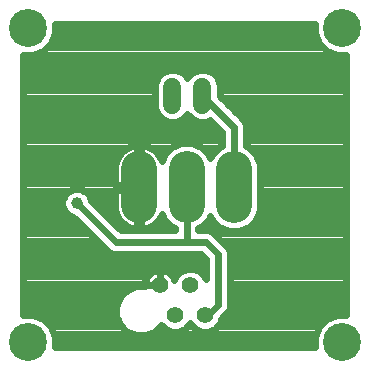
<source format=gbl>
G75*
%MOIN*%
%OFA0B0*%
%FSLAX24Y24*%
%IPPOS*%
%LPD*%
%AMOC8*
5,1,8,0,0,1.08239X$1,22.5*
%
%ADD10C,0.0560*%
%ADD11C,0.0594*%
%ADD12C,0.1185*%
%ADD13C,0.0240*%
%ADD14C,0.0396*%
%ADD15C,0.1266*%
D10*
X005259Y002787D03*
X006259Y002787D03*
X005759Y001787D03*
X006759Y001787D03*
D11*
X006669Y008801D02*
X006669Y009395D01*
X005669Y009395D02*
X005669Y008801D01*
D12*
X006141Y006647D02*
X006141Y005462D01*
X004561Y005462D02*
X004561Y006647D01*
X007721Y006647D02*
X007721Y005462D01*
D13*
X007721Y006055D02*
X007721Y008046D01*
X006669Y009098D01*
X007243Y009086D02*
X007243Y009509D01*
X007156Y009720D01*
X006994Y009882D01*
X006783Y009969D01*
X006555Y009969D01*
X006343Y009882D01*
X006182Y009720D01*
X006169Y009688D01*
X006156Y009720D01*
X005994Y009882D01*
X005783Y009969D01*
X005555Y009969D01*
X005343Y009882D01*
X005182Y009720D01*
X005094Y009509D01*
X005094Y008687D01*
X005182Y008476D01*
X005343Y008314D01*
X005555Y008227D01*
X005783Y008227D01*
X005994Y008314D01*
X006156Y008476D01*
X006169Y008507D01*
X006182Y008476D01*
X006343Y008314D01*
X006555Y008227D01*
X006783Y008227D01*
X006921Y008284D01*
X007324Y007881D01*
X007324Y007424D01*
X007228Y007385D01*
X006984Y007140D01*
X006931Y007013D01*
X006879Y007140D01*
X006634Y007385D01*
X006314Y007517D01*
X005968Y007517D01*
X005648Y007385D01*
X005404Y007140D01*
X005320Y006938D01*
X005292Y007007D01*
X005238Y007100D01*
X005173Y007184D01*
X005098Y007259D01*
X005014Y007324D01*
X004921Y007377D01*
X004823Y007418D01*
X004720Y007446D01*
X004639Y007456D01*
X004639Y006132D01*
X004484Y006132D01*
X004484Y007456D01*
X004402Y007446D01*
X004300Y007418D01*
X004201Y007377D01*
X004109Y007324D01*
X004024Y007259D01*
X003949Y007184D01*
X003884Y007100D01*
X003831Y007007D01*
X003790Y006909D01*
X003763Y006806D01*
X003749Y006700D01*
X003749Y006132D01*
X004484Y006132D01*
X004484Y005977D01*
X004639Y005977D01*
X004639Y004653D01*
X004720Y004664D01*
X004823Y004691D01*
X004921Y004732D01*
X005014Y004785D01*
X005098Y004850D01*
X005173Y004925D01*
X005238Y005010D01*
X005292Y005102D01*
X005320Y005171D01*
X005404Y004969D01*
X005648Y004725D01*
X005744Y004685D01*
X005744Y004617D01*
X003945Y004617D01*
X002956Y005607D01*
X002956Y005615D01*
X002884Y005789D01*
X002750Y005923D01*
X002575Y005996D01*
X002386Y005996D01*
X002211Y005923D01*
X002077Y005789D01*
X002005Y005615D01*
X002005Y005425D01*
X002077Y005251D01*
X002211Y005117D01*
X002386Y005044D01*
X002394Y005044D01*
X003555Y003883D01*
X003702Y003823D01*
X006616Y003823D01*
X006783Y003655D01*
X006783Y002979D01*
X006732Y003103D01*
X006575Y003260D01*
X006370Y003344D01*
X006148Y003344D01*
X005944Y003260D01*
X005787Y003103D01*
X005728Y002962D01*
X005723Y002979D01*
X005687Y003049D01*
X005641Y003113D01*
X005585Y003168D01*
X005521Y003215D01*
X005451Y003250D01*
X005376Y003275D01*
X005299Y003287D01*
X005259Y003287D01*
X005220Y003287D01*
X005142Y003275D01*
X005067Y003250D01*
X004997Y003215D01*
X004934Y003168D01*
X004878Y003113D01*
X004832Y003049D01*
X004796Y002979D01*
X004772Y002904D01*
X004759Y002826D01*
X004759Y002787D01*
X005259Y002787D01*
X005259Y002787D01*
X004759Y002787D01*
X004759Y002748D01*
X004760Y002746D01*
X004459Y002746D01*
X004160Y002622D01*
X003930Y002392D01*
X003806Y002093D01*
X003806Y001768D01*
X003930Y001469D01*
X004160Y001239D01*
X004459Y001115D01*
X004784Y001115D01*
X005083Y001239D01*
X005301Y001457D01*
X005444Y001314D01*
X005648Y001229D01*
X005870Y001229D01*
X006075Y001314D01*
X006232Y001471D01*
X006259Y001537D01*
X006287Y001471D01*
X006444Y001314D01*
X006648Y001229D01*
X006870Y001229D01*
X007075Y001314D01*
X007232Y001471D01*
X007317Y001676D01*
X007317Y001694D01*
X007406Y001783D01*
X007518Y001895D01*
X007578Y002041D01*
X007578Y003899D01*
X007518Y004045D01*
X007118Y004445D01*
X007006Y004557D01*
X006860Y004617D01*
X006539Y004617D01*
X006539Y004685D01*
X006634Y004725D01*
X006879Y004969D01*
X006931Y005096D01*
X006984Y004969D01*
X007228Y004725D01*
X007548Y004592D01*
X007894Y004592D01*
X008214Y004725D01*
X008459Y004969D01*
X008591Y005289D01*
X008591Y006820D01*
X008459Y007140D01*
X008214Y007385D01*
X008119Y007424D01*
X008119Y008125D01*
X008058Y008271D01*
X007946Y008382D01*
X007243Y009086D01*
X007284Y009045D02*
X011472Y009045D01*
X011472Y009283D02*
X007243Y009283D01*
X007238Y009522D02*
X011472Y009522D01*
X011472Y009760D02*
X007116Y009760D01*
X006222Y009760D02*
X006116Y009760D01*
X005222Y009760D02*
X000701Y009760D01*
X000701Y009522D02*
X005100Y009522D01*
X005094Y009283D02*
X000701Y009283D01*
X000701Y009045D02*
X005094Y009045D01*
X005094Y008806D02*
X000701Y008806D01*
X000701Y008568D02*
X005144Y008568D01*
X005329Y008329D02*
X000701Y008329D01*
X000701Y008091D02*
X007114Y008091D01*
X007324Y007852D02*
X000701Y007852D01*
X000701Y007614D02*
X007324Y007614D01*
X007219Y007375D02*
X006644Y007375D01*
X006880Y007137D02*
X006982Y007137D01*
X008119Y007614D02*
X011472Y007614D01*
X011472Y007852D02*
X008119Y007852D01*
X008119Y008091D02*
X011472Y008091D01*
X011472Y008329D02*
X008000Y008329D01*
X007761Y008568D02*
X011472Y008568D01*
X011472Y008806D02*
X007523Y008806D01*
X006329Y008329D02*
X006009Y008329D01*
X005639Y007375D02*
X004926Y007375D01*
X005210Y007137D02*
X005402Y007137D01*
X004639Y007137D02*
X004484Y007137D01*
X004484Y007375D02*
X004639Y007375D01*
X004197Y007375D02*
X000701Y007375D01*
X000701Y007137D02*
X003913Y007137D01*
X003787Y006898D02*
X000701Y006898D01*
X000701Y006660D02*
X003749Y006660D01*
X003749Y006421D02*
X000701Y006421D01*
X000701Y006183D02*
X003749Y006183D01*
X003749Y005977D02*
X003749Y005409D01*
X003763Y005303D01*
X003790Y005200D01*
X003831Y005102D01*
X003884Y005010D01*
X003949Y004925D01*
X004024Y004850D01*
X004109Y004785D01*
X004201Y004732D01*
X004300Y004691D01*
X004402Y004664D01*
X004484Y004653D01*
X004484Y005977D01*
X003749Y005977D01*
X003749Y005944D02*
X002700Y005944D01*
X002919Y005706D02*
X003749Y005706D01*
X003749Y005467D02*
X003096Y005467D01*
X003334Y005229D02*
X003783Y005229D01*
X003899Y004990D02*
X003573Y004990D01*
X003811Y004752D02*
X004167Y004752D01*
X004484Y004752D02*
X004639Y004752D01*
X004639Y004990D02*
X004484Y004990D01*
X004484Y005229D02*
X004639Y005229D01*
X004639Y005467D02*
X004484Y005467D01*
X004484Y005706D02*
X004639Y005706D01*
X004639Y005944D02*
X004484Y005944D01*
X004484Y006183D02*
X004639Y006183D01*
X004639Y006421D02*
X004484Y006421D01*
X004484Y006660D02*
X004639Y006660D01*
X004639Y006898D02*
X004484Y006898D01*
X006141Y006055D02*
X006141Y004259D01*
X006181Y004220D01*
X003781Y004220D01*
X002481Y005520D01*
X002261Y005944D02*
X000701Y005944D01*
X000701Y005706D02*
X002043Y005706D01*
X002005Y005467D02*
X000701Y005467D01*
X000701Y005229D02*
X002100Y005229D01*
X002449Y004990D02*
X000701Y004990D01*
X000701Y004752D02*
X002687Y004752D01*
X002926Y004513D02*
X000701Y004513D01*
X000701Y004275D02*
X003164Y004275D01*
X003403Y004036D02*
X000701Y004036D01*
X000701Y003798D02*
X006641Y003798D01*
X006783Y003559D02*
X000701Y003559D01*
X000701Y003321D02*
X006091Y003321D01*
X005778Y003082D02*
X005663Y003082D01*
X005259Y003082D02*
X005259Y003082D01*
X005259Y003287D02*
X005259Y002787D01*
X005259Y003287D01*
X005259Y002844D02*
X005259Y002844D01*
X005259Y002787D02*
X005259Y002787D01*
X004856Y003082D02*
X000701Y003082D01*
X000701Y002844D02*
X004762Y002844D01*
X004143Y002605D02*
X000701Y002605D01*
X000701Y002367D02*
X003920Y002367D01*
X003821Y002128D02*
X000701Y002128D01*
X000701Y001890D02*
X003806Y001890D01*
X003855Y001651D02*
X001376Y001651D01*
X001366Y001661D02*
X001031Y001800D01*
X000701Y001800D01*
X000701Y010451D01*
X001031Y010451D01*
X001366Y010590D01*
X001622Y010846D01*
X001760Y011181D01*
X001760Y011511D01*
X010412Y011511D01*
X010412Y011181D01*
X010550Y010846D01*
X010807Y010590D01*
X011141Y010451D01*
X011472Y010451D01*
X011472Y001800D01*
X011141Y001800D01*
X010807Y001661D01*
X010550Y001405D01*
X010412Y001070D01*
X010412Y000740D01*
X001760Y000740D01*
X001760Y001070D01*
X001622Y001405D01*
X001366Y001661D01*
X001614Y001413D02*
X003987Y001413D01*
X004318Y001174D02*
X001718Y001174D01*
X001760Y000936D02*
X010412Y000936D01*
X010455Y001174D02*
X004925Y001174D01*
X005256Y001413D02*
X005345Y001413D01*
X006173Y001413D02*
X006345Y001413D01*
X006759Y001787D02*
X006848Y001787D01*
X007181Y002120D01*
X007181Y003820D01*
X006781Y004220D01*
X006181Y004220D01*
X006661Y004752D02*
X007202Y004752D01*
X007050Y004513D02*
X011472Y004513D01*
X011472Y004275D02*
X007288Y004275D01*
X007521Y004036D02*
X011472Y004036D01*
X011472Y003798D02*
X007578Y003798D01*
X007578Y003559D02*
X011472Y003559D01*
X011472Y003321D02*
X007578Y003321D01*
X007578Y003082D02*
X011472Y003082D01*
X011472Y002844D02*
X007578Y002844D01*
X007578Y002605D02*
X011472Y002605D01*
X011472Y002367D02*
X007578Y002367D01*
X007578Y002128D02*
X011472Y002128D01*
X011472Y001890D02*
X007512Y001890D01*
X007306Y001651D02*
X010796Y001651D01*
X010558Y001413D02*
X007173Y001413D01*
X006783Y003082D02*
X006741Y003082D01*
X006783Y003321D02*
X006428Y003321D01*
X005622Y004752D02*
X004955Y004752D01*
X005223Y004990D02*
X005395Y004990D01*
X006887Y004990D02*
X006975Y004990D01*
X008241Y004752D02*
X011472Y004752D01*
X011472Y004990D02*
X008467Y004990D01*
X008566Y005229D02*
X011472Y005229D01*
X011472Y005467D02*
X008591Y005467D01*
X008591Y005706D02*
X011472Y005706D01*
X011472Y005944D02*
X008591Y005944D01*
X008591Y006183D02*
X011472Y006183D01*
X011472Y006421D02*
X008591Y006421D01*
X008591Y006660D02*
X011472Y006660D01*
X011472Y006898D02*
X008559Y006898D01*
X008460Y007137D02*
X011472Y007137D01*
X011472Y007375D02*
X008224Y007375D01*
X011083Y010476D02*
X001090Y010476D01*
X000701Y010237D02*
X011472Y010237D01*
X011472Y009999D02*
X000701Y009999D01*
X001490Y010714D02*
X010682Y010714D01*
X010506Y010953D02*
X001666Y010953D01*
X001760Y011191D02*
X010412Y011191D01*
X010412Y011430D02*
X001760Y011430D01*
D14*
X002481Y005520D03*
D15*
X000850Y000889D03*
X000850Y011362D03*
X011322Y011362D03*
X011322Y000889D03*
M02*

</source>
